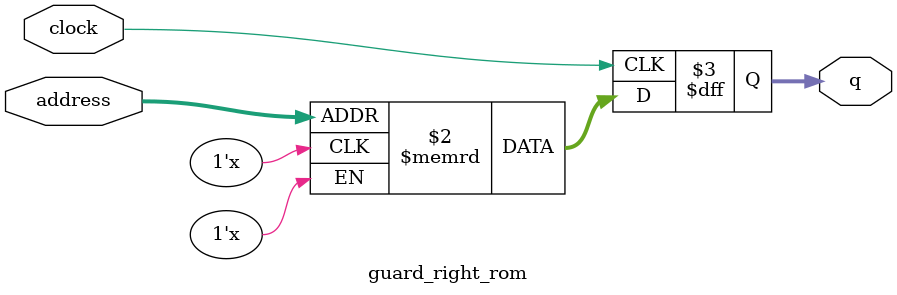
<source format=sv>
module guard_right_rom (
	input logic clock,
	input logic [9:0] address,
	output logic [3:0] q
);

logic [3:0] memory [0:944] /* synthesis ram_init_file = "./guard_right.mif" */;

always_ff @ (posedge clock) begin
	q <= memory[address];
end

endmodule

</source>
